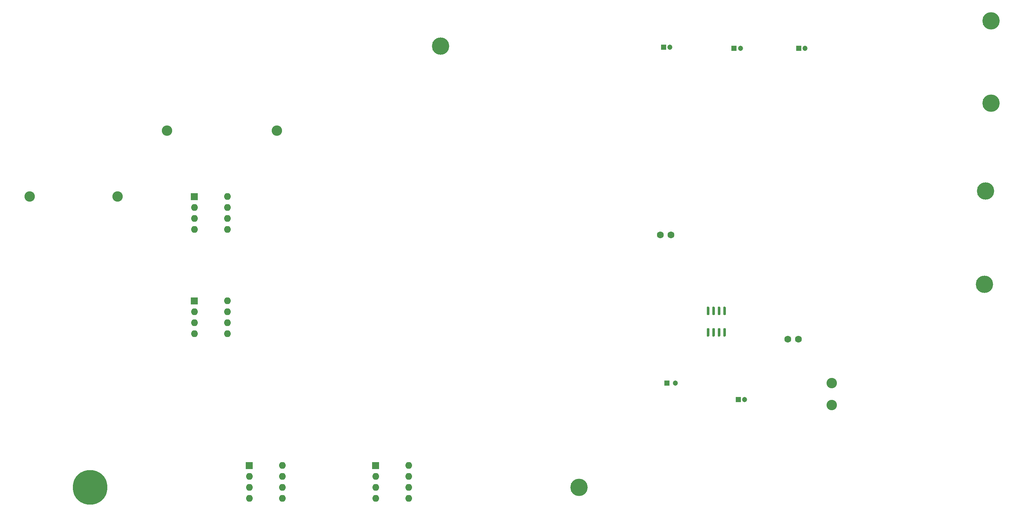
<source format=gbs>
%TF.GenerationSoftware,KiCad,Pcbnew,(5.1.8)-1*%
%TF.CreationDate,2020-12-17T20:59:30+05:45*%
%TF.ProjectId,pll_soc_testboard,706c6c5f-736f-4635-9f74-657374626f61,rev?*%
%TF.SameCoordinates,Original*%
%TF.FileFunction,Soldermask,Bot*%
%TF.FilePolarity,Negative*%
%FSLAX46Y46*%
G04 Gerber Fmt 4.6, Leading zero omitted, Abs format (unit mm)*
G04 Created by KiCad (PCBNEW (5.1.8)-1) date 2020-12-17 20:59:30*
%MOMM*%
%LPD*%
G01*
G04 APERTURE LIST*
%ADD10O,1.604000X1.604000*%
%ADD11C,1.204000*%
%ADD12C,1.604000*%
%ADD13C,8.004000*%
%ADD14C,4.004000*%
%ADD15O,2.404000X2.404000*%
%ADD16C,2.404000*%
G04 APERTURE END LIST*
D10*
%TO.C,U2B1*%
X129794000Y-144272000D03*
X122174000Y-151892000D03*
X129794000Y-146812000D03*
X122174000Y-149352000D03*
X129794000Y-149352000D03*
X122174000Y-146812000D03*
X129794000Y-151892000D03*
G36*
G01*
X121372000Y-145072000D02*
X121372000Y-143472000D01*
G75*
G02*
X121374000Y-143470000I2000J0D01*
G01*
X122974000Y-143470000D01*
G75*
G02*
X122976000Y-143472000I0J-2000D01*
G01*
X122976000Y-145072000D01*
G75*
G02*
X122974000Y-145074000I-2000J0D01*
G01*
X121374000Y-145074000D01*
G75*
G02*
X121372000Y-145072000I0J2000D01*
G01*
G37*
%TD*%
%TO.C,U2*%
G36*
G01*
X92162000Y-145072000D02*
X92162000Y-143472000D01*
G75*
G02*
X92164000Y-143470000I2000J0D01*
G01*
X93764000Y-143470000D01*
G75*
G02*
X93766000Y-143472000I0J-2000D01*
G01*
X93766000Y-145072000D01*
G75*
G02*
X93764000Y-145074000I-2000J0D01*
G01*
X92164000Y-145074000D01*
G75*
G02*
X92162000Y-145072000I0J2000D01*
G01*
G37*
X100584000Y-151892000D03*
X92964000Y-146812000D03*
X100584000Y-149352000D03*
X92964000Y-149352000D03*
X100584000Y-146812000D03*
X92964000Y-151892000D03*
X100584000Y-144272000D03*
%TD*%
%TO.C,C1*%
G36*
G01*
X188120000Y-48098000D02*
X188120000Y-46898000D01*
G75*
G02*
X188122000Y-46896000I2000J0D01*
G01*
X189322000Y-46896000D01*
G75*
G02*
X189324000Y-46898000I0J-2000D01*
G01*
X189324000Y-48098000D01*
G75*
G02*
X189322000Y-48100000I-2000J0D01*
G01*
X188122000Y-48100000D01*
G75*
G02*
X188120000Y-48098000I0J2000D01*
G01*
G37*
D11*
X190222000Y-47498000D03*
%TD*%
%TO.C,C2*%
X221464000Y-47752000D03*
G36*
G01*
X219362000Y-48352000D02*
X219362000Y-47152000D01*
G75*
G02*
X219364000Y-47150000I2000J0D01*
G01*
X220564000Y-47150000D01*
G75*
G02*
X220566000Y-47152000I0J-2000D01*
G01*
X220566000Y-48352000D01*
G75*
G02*
X220564000Y-48354000I-2000J0D01*
G01*
X219364000Y-48354000D01*
G75*
G02*
X219362000Y-48352000I0J2000D01*
G01*
G37*
%TD*%
%TO.C,C3*%
X191484000Y-125222000D03*
G36*
G01*
X188882000Y-125822000D02*
X188882000Y-124622000D01*
G75*
G02*
X188884000Y-124620000I2000J0D01*
G01*
X190084000Y-124620000D01*
G75*
G02*
X190086000Y-124622000I0J-2000D01*
G01*
X190086000Y-125822000D01*
G75*
G02*
X190084000Y-125824000I-2000J0D01*
G01*
X188884000Y-125824000D01*
G75*
G02*
X188882000Y-125822000I0J2000D01*
G01*
G37*
%TD*%
%TO.C,C4*%
G36*
G01*
X204400000Y-48352000D02*
X204400000Y-47152000D01*
G75*
G02*
X204402000Y-47150000I2000J0D01*
G01*
X205602000Y-47150000D01*
G75*
G02*
X205604000Y-47152000I0J-2000D01*
G01*
X205604000Y-48352000D01*
G75*
G02*
X205602000Y-48354000I-2000J0D01*
G01*
X204402000Y-48354000D01*
G75*
G02*
X204400000Y-48352000I0J2000D01*
G01*
G37*
X206502000Y-47752000D03*
%TD*%
D12*
%TO.C,C5*%
X190460000Y-90932000D03*
X187960000Y-90932000D03*
%TD*%
%TO.C,C6*%
X217424000Y-115062000D03*
X219924000Y-115062000D03*
%TD*%
D11*
%TO.C,C7*%
X207494000Y-129032000D03*
G36*
G01*
X205392000Y-129632000D02*
X205392000Y-128432000D01*
G75*
G02*
X205394000Y-128430000I2000J0D01*
G01*
X206594000Y-128430000D01*
G75*
G02*
X206596000Y-128432000I0J-2000D01*
G01*
X206596000Y-129632000D01*
G75*
G02*
X206594000Y-129634000I-2000J0D01*
G01*
X205394000Y-129634000D01*
G75*
G02*
X205392000Y-129632000I0J2000D01*
G01*
G37*
%TD*%
D13*
%TO.C,H1*%
X56134000Y-149352000D03*
%TD*%
D14*
%TO.C,H2*%
X137160000Y-47244000D03*
%TD*%
%TO.C,H3*%
X169164000Y-149352000D03*
%TD*%
%TO.C,H4*%
X264414000Y-41402000D03*
%TD*%
%TO.C,H5*%
X264414000Y-60452000D03*
%TD*%
%TO.C,H6*%
X263144000Y-80772000D03*
%TD*%
%TO.C,H7*%
X262890000Y-102362000D03*
%TD*%
D15*
%TO.C,R1*%
X62484000Y-82042000D03*
D16*
X42164000Y-82042000D03*
%TD*%
D15*
%TO.C,R2*%
X99314000Y-66802000D03*
D16*
X73914000Y-66802000D03*
%TD*%
D15*
%TO.C,R3*%
X227584000Y-125222000D03*
D16*
X227584000Y-130302000D03*
%TD*%
D10*
%TO.C,U1*%
X87884000Y-106172000D03*
X80264000Y-113792000D03*
X87884000Y-108712000D03*
X80264000Y-111252000D03*
X87884000Y-111252000D03*
X80264000Y-108712000D03*
X87884000Y-113792000D03*
G36*
G01*
X79462000Y-106972000D02*
X79462000Y-105372000D01*
G75*
G02*
X79464000Y-105370000I2000J0D01*
G01*
X81064000Y-105370000D01*
G75*
G02*
X81066000Y-105372000I0J-2000D01*
G01*
X81066000Y-106972000D01*
G75*
G02*
X81064000Y-106974000I-2000J0D01*
G01*
X79464000Y-106974000D01*
G75*
G02*
X79462000Y-106972000I0J2000D01*
G01*
G37*
%TD*%
%TO.C,U4*%
G36*
G01*
X202970000Y-109500000D02*
X202668000Y-109500000D01*
G75*
G02*
X202517000Y-109349000I0J151000D01*
G01*
X202517000Y-107697000D01*
G75*
G02*
X202668000Y-107546000I151000J0D01*
G01*
X202970000Y-107546000D01*
G75*
G02*
X203121000Y-107697000I0J-151000D01*
G01*
X203121000Y-109349000D01*
G75*
G02*
X202970000Y-109500000I-151000J0D01*
G01*
G37*
G36*
G01*
X201700000Y-109500000D02*
X201398000Y-109500000D01*
G75*
G02*
X201247000Y-109349000I0J151000D01*
G01*
X201247000Y-107697000D01*
G75*
G02*
X201398000Y-107546000I151000J0D01*
G01*
X201700000Y-107546000D01*
G75*
G02*
X201851000Y-107697000I0J-151000D01*
G01*
X201851000Y-109349000D01*
G75*
G02*
X201700000Y-109500000I-151000J0D01*
G01*
G37*
G36*
G01*
X200430000Y-109500000D02*
X200128000Y-109500000D01*
G75*
G02*
X199977000Y-109349000I0J151000D01*
G01*
X199977000Y-107697000D01*
G75*
G02*
X200128000Y-107546000I151000J0D01*
G01*
X200430000Y-107546000D01*
G75*
G02*
X200581000Y-107697000I0J-151000D01*
G01*
X200581000Y-109349000D01*
G75*
G02*
X200430000Y-109500000I-151000J0D01*
G01*
G37*
G36*
G01*
X199160000Y-109500000D02*
X198858000Y-109500000D01*
G75*
G02*
X198707000Y-109349000I0J151000D01*
G01*
X198707000Y-107697000D01*
G75*
G02*
X198858000Y-107546000I151000J0D01*
G01*
X199160000Y-107546000D01*
G75*
G02*
X199311000Y-107697000I0J-151000D01*
G01*
X199311000Y-109349000D01*
G75*
G02*
X199160000Y-109500000I-151000J0D01*
G01*
G37*
G36*
G01*
X199160000Y-114450000D02*
X198858000Y-114450000D01*
G75*
G02*
X198707000Y-114299000I0J151000D01*
G01*
X198707000Y-112647000D01*
G75*
G02*
X198858000Y-112496000I151000J0D01*
G01*
X199160000Y-112496000D01*
G75*
G02*
X199311000Y-112647000I0J-151000D01*
G01*
X199311000Y-114299000D01*
G75*
G02*
X199160000Y-114450000I-151000J0D01*
G01*
G37*
G36*
G01*
X200430000Y-114450000D02*
X200128000Y-114450000D01*
G75*
G02*
X199977000Y-114299000I0J151000D01*
G01*
X199977000Y-112647000D01*
G75*
G02*
X200128000Y-112496000I151000J0D01*
G01*
X200430000Y-112496000D01*
G75*
G02*
X200581000Y-112647000I0J-151000D01*
G01*
X200581000Y-114299000D01*
G75*
G02*
X200430000Y-114450000I-151000J0D01*
G01*
G37*
G36*
G01*
X201700000Y-114450000D02*
X201398000Y-114450000D01*
G75*
G02*
X201247000Y-114299000I0J151000D01*
G01*
X201247000Y-112647000D01*
G75*
G02*
X201398000Y-112496000I151000J0D01*
G01*
X201700000Y-112496000D01*
G75*
G02*
X201851000Y-112647000I0J-151000D01*
G01*
X201851000Y-114299000D01*
G75*
G02*
X201700000Y-114450000I-151000J0D01*
G01*
G37*
G36*
G01*
X202970000Y-114450000D02*
X202668000Y-114450000D01*
G75*
G02*
X202517000Y-114299000I0J151000D01*
G01*
X202517000Y-112647000D01*
G75*
G02*
X202668000Y-112496000I151000J0D01*
G01*
X202970000Y-112496000D01*
G75*
G02*
X203121000Y-112647000I0J-151000D01*
G01*
X203121000Y-114299000D01*
G75*
G02*
X202970000Y-114450000I-151000J0D01*
G01*
G37*
%TD*%
%TO.C,U1B1*%
G36*
G01*
X79462000Y-82842000D02*
X79462000Y-81242000D01*
G75*
G02*
X79464000Y-81240000I2000J0D01*
G01*
X81064000Y-81240000D01*
G75*
G02*
X81066000Y-81242000I0J-2000D01*
G01*
X81066000Y-82842000D01*
G75*
G02*
X81064000Y-82844000I-2000J0D01*
G01*
X79464000Y-82844000D01*
G75*
G02*
X79462000Y-82842000I0J2000D01*
G01*
G37*
X87884000Y-89662000D03*
X80264000Y-84582000D03*
X87884000Y-87122000D03*
X80264000Y-87122000D03*
X87884000Y-84582000D03*
X80264000Y-89662000D03*
X87884000Y-82042000D03*
%TD*%
M02*

</source>
